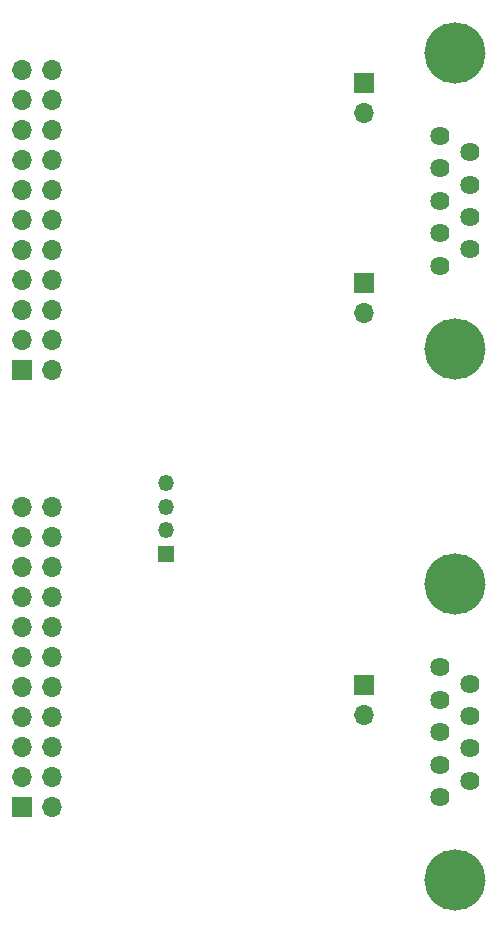
<source format=gbs>
G04 #@! TF.GenerationSoftware,KiCad,Pcbnew,8.0.6*
G04 #@! TF.CreationDate,2024-12-29T09:41:19-05:00*
G04 #@! TF.ProjectId,Beagley-ai-3CAN,42656167-6c65-4792-9d61-692d3343414e,rev?*
G04 #@! TF.SameCoordinates,Original*
G04 #@! TF.FileFunction,Soldermask,Bot*
G04 #@! TF.FilePolarity,Negative*
%FSLAX46Y46*%
G04 Gerber Fmt 4.6, Leading zero omitted, Abs format (unit mm)*
G04 Created by KiCad (PCBNEW 8.0.6) date 2024-12-29 09:41:19*
%MOMM*%
%LPD*%
G01*
G04 APERTURE LIST*
%ADD10R,1.700000X1.700000*%
%ADD11O,1.700000X1.700000*%
%ADD12R,1.350000X1.350000*%
%ADD13O,1.350000X1.350000*%
%ADD14C,1.625600*%
%ADD15C,5.181600*%
G04 APERTURE END LIST*
D10*
X134040000Y-89320000D03*
D11*
X136580000Y-89320000D03*
X134040000Y-86780000D03*
X136580000Y-86780000D03*
X134040000Y-84240000D03*
X136580000Y-84240000D03*
X134040000Y-81700000D03*
X136580000Y-81700000D03*
X134040000Y-79160000D03*
X136580000Y-79160000D03*
X134040000Y-76620000D03*
X136580000Y-76620000D03*
X134040000Y-74080000D03*
X136580000Y-74080000D03*
X134040000Y-71540000D03*
X136580000Y-71540000D03*
X134040000Y-69000000D03*
X136580000Y-69000000D03*
X134040000Y-66460000D03*
X136580000Y-66460000D03*
X134040000Y-63920000D03*
X136580000Y-63920000D03*
D10*
X134040000Y-126320000D03*
D11*
X136580000Y-126320000D03*
X134040000Y-123780000D03*
X136580000Y-123780000D03*
X134040000Y-121240000D03*
X136580000Y-121240000D03*
X134040000Y-118700000D03*
X136580000Y-118700000D03*
X134040000Y-116160000D03*
X136580000Y-116160000D03*
X134040000Y-113620000D03*
X136580000Y-113620000D03*
X134040000Y-111080000D03*
X136580000Y-111080000D03*
X134040000Y-108540000D03*
X136580000Y-108540000D03*
X134040000Y-106000000D03*
X136580000Y-106000000D03*
X134040000Y-103460000D03*
X136580000Y-103460000D03*
X134040000Y-100920000D03*
X136580000Y-100920000D03*
D10*
X163000000Y-82000000D03*
D11*
X163000000Y-84540000D03*
D12*
X146200000Y-104900000D03*
D13*
X146200000Y-102900000D03*
X146200000Y-100900000D03*
X146200000Y-98900000D03*
D14*
X169430000Y-69513600D03*
X169430000Y-72256800D03*
X169430000Y-75000000D03*
X169430000Y-77743200D03*
X169430000Y-80486400D03*
X171970000Y-70885200D03*
X171970000Y-73628400D03*
X171970000Y-76371600D03*
X171970000Y-79114800D03*
D15*
X170700000Y-62477800D03*
X170700000Y-87522200D03*
D14*
X169430000Y-114513600D03*
X169430000Y-117256800D03*
X169430000Y-120000000D03*
X169430000Y-122743200D03*
X169430000Y-125486400D03*
X171970000Y-115885200D03*
X171970000Y-118628400D03*
X171970000Y-121371600D03*
X171970000Y-124114800D03*
D15*
X170700000Y-107477800D03*
X170700000Y-132522200D03*
D10*
X163000000Y-116000000D03*
D11*
X163000000Y-118540000D03*
D10*
X163000000Y-65000000D03*
D11*
X163000000Y-67540000D03*
M02*

</source>
